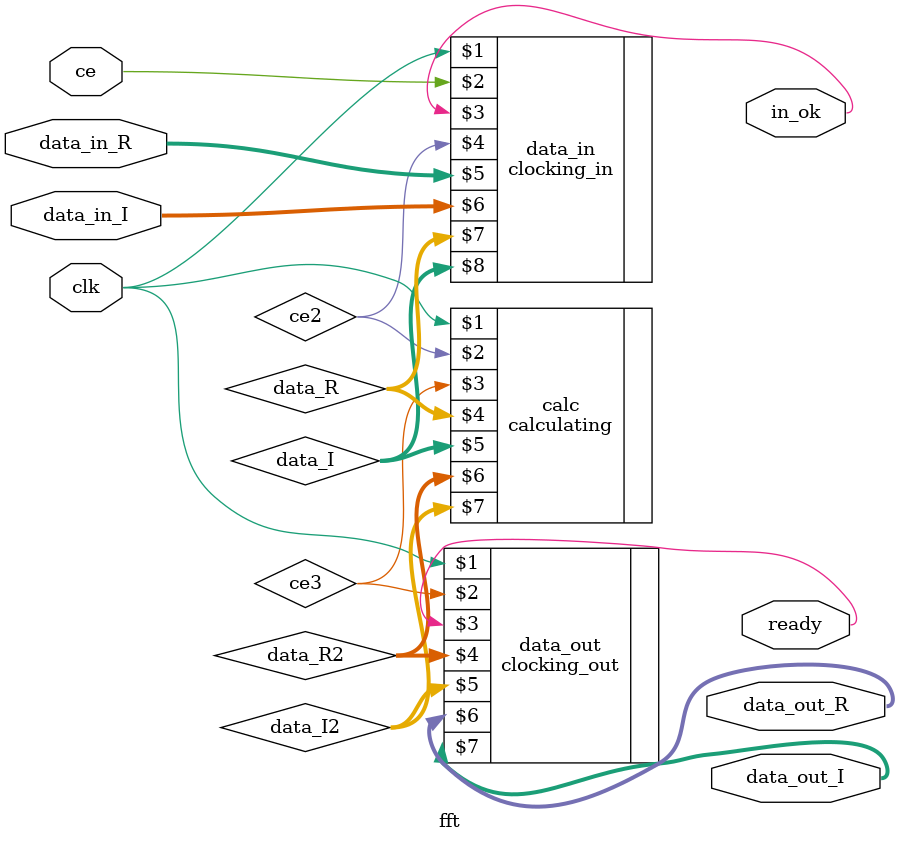
<source format=v>
`timescale 1ns / 1ps


module fft #(parameter FFT_SIZE = 8, parameter FFT_SIZE_LOG = 3, parameter WIDTH = 18, parameter DECIMAL = 10)(
    input clk, 
    //input reset, 
    input ce,               // tvalid for DMA->FFT
    output reg in_ok,       // tready for DMA->FFT
    //input out_tvalid,           // tready for FFT -> DMA
    output reg ready,       // tvalid for FFT -> DMA
    input signed [(WIDTH)-1:0] data_in_R,
    input signed [(WIDTH)-1:0] data_in_I, 
    output reg signed [(WIDTH)-1:0] data_out_R,
    output reg signed [(WIDTH)-1:0] data_out_I
);


wire signed [(FFT_SIZE*WIDTH)-1:0] data_R;
wire signed [(FFT_SIZE*WIDTH)-1:0] data_I;
wire signed [(FFT_SIZE*WIDTH)-1:0] data_R2;
wire signed [(FFT_SIZE*WIDTH)-1:0] data_I2;

wire ce2, ce3;


clocking_in # (.FFT_SIZE(FFT_SIZE), .FFT_SIZE_LOG(FFT_SIZE_LOG), .WIDTH(WIDTH), .DECIMAL(DECIMAL))
    data_in (clk, 
    ce,
    in_ok, 
    ce2,
    data_in_R,
    data_in_I,
    data_R,
    data_I
    );

calculating # (.FFT_SIZE(FFT_SIZE), .FFT_SIZE_LOG(FFT_SIZE_LOG), .WIDTH(WIDTH), .DECIMAL(DECIMAL))
    calc (clk, 
       ce2,
       ce3,
       data_R,
       data_I,
       data_R2,
       data_I2         
       );
 
 clocking_out # (.FFT_SIZE(FFT_SIZE), .FFT_SIZE_LOG(FFT_SIZE_LOG), .WIDTH(WIDTH), .DECIMAL(DECIMAL))
    data_out (clk, 
       ce3,
       //out_tvalid,
       ready,
       data_R2,
       data_I2,
       data_out_R,
       data_out_I       
       );
        

endmodule

</source>
